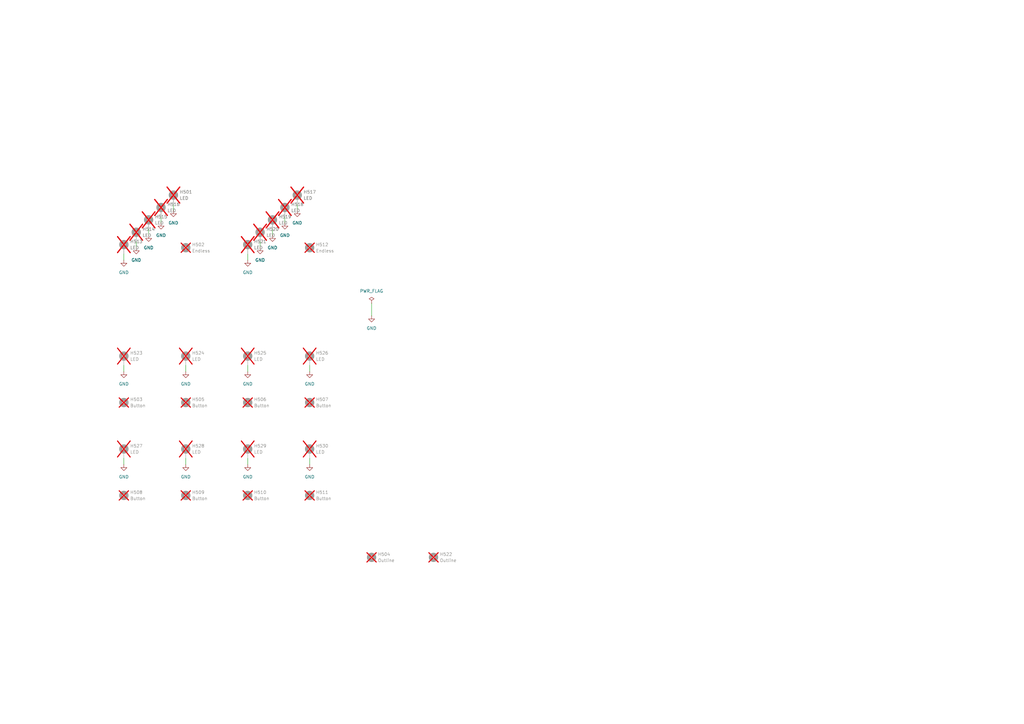
<source format=kicad_sch>
(kicad_sch (version 20250114) (generator "eeschema") (generator_version "9.0")
  (paper "A3")
  (lib_symbols
    (symbol "Mechanical:MountingHole" (pin_names (offset 1.016)) (exclude_from_sim yes) (in_bom no)
      (property "Reference" "H" (at 0 5.08 0))
      (property "Value" "MountingHole" (at 0 3.175 0))
      (symbol "MountingHole_0_1"
        (circle (center 0 0) (radius 1.27) (stroke (width 1.27)))
      )
    )
    (symbol "Mechanical:MountingHole_Pad" (pin_numbers (hide yes)) (pin_names (offset 1.016) (hide yes)) (in_bom no)
      (property "Reference" "H" (at 0 6.35 0))
      (property "Value" "MountingHole_Pad" (at 0 4.445 0))
      (symbol "MountingHole_Pad_0_1"
        (circle (center 0 1.27) (radius 1.27) (stroke (width 1.27)))
      )
      (symbol "MountingHole_Pad_1_1"
        (pin input line (at 0 -2.54 90) (length 2.54) (name "1") (number "1"))
      )
    )
    (symbol "power:GND" (power) (pin_numbers (hide yes)) (pin_names (offset 0) (hide yes))
      (property "Value" "GND" (at 0 -3.81 0))
      (symbol "GND_0_1"
        (polyline (pts (xy 0 0) (xy 0 -1.27) (xy 1.27 -1.27) (xy 0 -2.54) (xy -1.27 -1.27) (xy 0 -1.27)))
      )
      (symbol "GND_1_1"
        (pin power_in line (at 0 0 270) (length 0) (name "~") (number "1"))
      )
    )
    (symbol "power:PWR_FLAG" (power) (pin_numbers (hide yes)) (pin_names (offset 0) (hide yes))
      (property "Value" "PWR_FLAG" (at 0 3.81 0))
      (symbol "PWR_FLAG_0_0"
        (pin power_out line (at 0 0 90) (length 0) (name "~") (number "1"))
      )
      (symbol "PWR_FLAG_0_1"
        (polyline (pts (xy 0 0) (xy 0 1.27) (xy -1.016 1.905) (xy 0 2.54) (xy 1.016 1.905) (xy 0 1.27)))
      )
    )
  )
  (wire (pts (xy 116.84 88.9) (xy 116.84 91.44)))
  (wire (pts (xy 101.6 187.96) (xy 101.6 190.5)))
  (wire (pts (xy 66.04 88.9) (xy 66.04 91.44)))
  (wire (pts (xy 101.6 149.86) (xy 101.6 152.4)))
  (wire (pts (xy 127 149.86) (xy 127 152.4)))
  (wire (pts (xy 50.8 149.86) (xy 50.8 152.4)))
  (wire (pts (xy 71.12 83.82) (xy 71.12 86.36)))
  (wire (pts (xy 106.68 99.06) (xy 106.68 101.6)))
  (wire (pts (xy 121.92 83.82) (xy 121.92 86.36)))
  (wire (pts (xy 76.2 187.96) (xy 76.2 190.5)))
  (wire (pts (xy 50.8 104.14) (xy 50.8 106.68)))
  (wire (pts (xy 111.76 93.98) (xy 111.76 96.52)))
  (wire (pts (xy 50.8 187.96) (xy 50.8 190.5)))
  (wire (pts (xy 127 187.96) (xy 127 190.5)))
  (wire (pts (xy 76.2 149.86) (xy 76.2 152.4)))
  (wire (pts (xy 55.88 99.06) (xy 55.88 101.6)))
  (wire (pts (xy 60.96 93.98) (xy 60.96 96.52)))
  (wire (pts (xy 152.4 124.46) (xy 152.4 129.54)))
  (wire (pts (xy 101.6 104.14) (xy 101.6 106.68)))
  (symbol (lib_id "power:GND") (at 116.84 91.44 0) (unit 1)
    (property "Reference" "#PWR0510" (effects (hide yes)))
    (property "Value" "GND" (at 116.84 96.52 0))
    (property "Description" "Power symbol creates a global label with name \"GND\" , ground" (effects (hide yes)))
  )
  (symbol (lib_id "power:GND") (at 71.12 86.36 0) (unit 1)
    (property "Reference" "#PWR0506" (effects (hide yes)))
    (property "Value" "GND" (at 71.12 91.44 0))
    (property "Description" "Power symbol creates a global label with name \"GND\" , ground" (effects (hide yes)))
  )
  (symbol (lib_id "power:PWR_FLAG") (at 152.4 124.46 0) (unit 1)
    (property "Reference" "#FLG0501" (effects (hide yes)))
    (property "Value" "PWR_FLAG" (at 152.4 119.38 0))
    (property "Description" "Special symbol for telling ERC where power comes from" (effects (hide yes)))
  )
  (symbol (lib_id "Mechanical:MountingHole") (at 76.2 203.2 0) (unit 1) (exclude_from_sim yes) (in_bom no) (dnp yes)
    (property "Reference" "H509" (at 78.74 201.9299 0) (effects (justify left)))
    (property "Value" "Button" (at 78.74 204.4699 0) (effects (justify left)))
    (property "Footprint" "suku_basics:FP_POTENTIOMETER" (effects (hide yes)))
    (property "Description" "Mounting Hole without connection" (effects (hide yes)))
  )
  (symbol (lib_id "Mechanical:MountingHole_Pad") (at 101.6 101.6 0) (unit 1) (in_bom no) (dnp yes)
    (property "Reference" "H521" (at 104.14 99.0599 0) (effects (justify left)))
    (property "Value" "LED" (at 104.14 101.5999 0) (effects (justify left)))
    (property "Footprint" "suku_basics:FP_LED_TIGHT" (effects (hide yes)))
    (property "Description" "Mounting Hole with connection" (effects (hide yes)))
  )
  (symbol (lib_id "Mechanical:MountingHole_Pad") (at 76.2 147.32 0) (unit 1) (in_bom no) (dnp yes)
    (property "Reference" "H524" (at 78.74 144.7799 0) (effects (justify left)))
    (property "Value" "LED" (at 78.74 147.3199 0) (effects (justify left)))
    (property "Footprint" "suku_basics:FP_LED_TIGHT" (effects (hide yes)))
    (property "Description" "Mounting Hole with connection" (effects (hide yes)))
  )
  (symbol (lib_id "power:GND") (at 106.68 101.6 0) (unit 1)
    (property "Reference" "#PWR0508" (effects (hide yes)))
    (property "Value" "GND" (at 106.68 106.68 0))
    (property "Description" "Power symbol creates a global label with name \"GND\" , ground" (effects (hide yes)))
  )
  (symbol (lib_id "power:GND") (at 55.88 101.6 0) (unit 1)
    (property "Reference" "#PWR0503" (effects (hide yes)))
    (property "Value" "GND" (at 55.88 106.68 0))
    (property "Description" "Power symbol creates a global label with name \"GND\" , ground" (effects (hide yes)))
  )
  (symbol (lib_id "power:GND") (at 66.04 91.44 0) (unit 1)
    (property "Reference" "#PWR0505" (effects (hide yes)))
    (property "Value" "GND" (at 66.04 96.52 0))
    (property "Description" "Power symbol creates a global label with name \"GND\" , ground" (effects (hide yes)))
  )
  (symbol (lib_id "power:GND") (at 76.2 152.4 0) (unit 1)
    (property "Reference" "#PWR0513" (effects (hide yes)))
    (property "Value" "GND" (at 76.2 157.48 0))
    (property "Description" "Power symbol creates a global label with name \"GND\" , ground" (effects (hide yes)))
  )
  (symbol (lib_id "Mechanical:MountingHole_Pad") (at 106.68 96.52 0) (unit 1) (in_bom no) (dnp yes)
    (property "Reference" "H520" (at 109.22 93.9799 0) (effects (justify left)))
    (property "Value" "LED" (at 109.22 96.5199 0) (effects (justify left)))
    (property "Footprint" "suku_basics:FP_LED_TIGHT" (effects (hide yes)))
    (property "Description" "Mounting Hole with connection" (effects (hide yes)))
  )
  (symbol (lib_id "Mechanical:MountingHole_Pad") (at 116.84 86.36 0) (unit 1) (in_bom no) (dnp yes)
    (property "Reference" "H518" (at 119.38 83.8199 0) (effects (justify left)))
    (property "Value" "LED" (at 119.38 86.3599 0) (effects (justify left)))
    (property "Footprint" "suku_basics:FP_LED_TIGHT" (effects (hide yes)))
    (property "Description" "Mounting Hole with connection" (effects (hide yes)))
  )
  (symbol (lib_id "Mechanical:MountingHole") (at 76.2 165.1 0) (unit 1) (exclude_from_sim yes) (in_bom no) (dnp yes)
    (property "Reference" "H505" (at 78.74 163.8299 0) (effects (justify left)))
    (property "Value" "Button" (at 78.74 166.3699 0) (effects (justify left)))
    (property "Footprint" "suku_basics:FP_POTENTIOMETER" (effects (hide yes)))
    (property "Description" "Mounting Hole without connection" (effects (hide yes)))
  )
  (symbol (lib_id "Mechanical:MountingHole_Pad") (at 55.88 96.52 0) (unit 1) (in_bom no) (dnp yes)
    (property "Reference" "H514" (at 58.42 93.9799 0) (effects (justify left)))
    (property "Value" "LED" (at 58.42 96.5199 0) (effects (justify left)))
    (property "Footprint" "suku_basics:FP_LED_TIGHT" (effects (hide yes)))
    (property "Description" "Mounting Hole with connection" (effects (hide yes)))
  )
  (symbol (lib_id "Mechanical:MountingHole_Pad") (at 66.04 86.36 0) (unit 1) (in_bom no) (dnp yes)
    (property "Reference" "H516" (at 68.58 83.8199 0) (effects (justify left)))
    (property "Value" "LED" (at 68.58 86.3599 0) (effects (justify left)))
    (property "Footprint" "suku_basics:FP_LED_TIGHT" (effects (hide yes)))
    (property "Description" "Mounting Hole with connection" (effects (hide yes)))
  )
  (symbol (lib_id "power:GND") (at 121.92 86.36 0) (unit 1)
    (property "Reference" "#PWR0511" (effects (hide yes)))
    (property "Value" "GND" (at 121.92 91.44 0))
    (property "Description" "Power symbol creates a global label with name \"GND\" , ground" (effects (hide yes)))
  )
  (symbol (lib_id "Mechanical:MountingHole_Pad") (at 50.8 185.42 0) (unit 1) (in_bom no) (dnp yes)
    (property "Reference" "H527" (at 53.34 182.8799 0) (effects (justify left)))
    (property "Value" "LED" (at 53.34 185.4199 0) (effects (justify left)))
    (property "Footprint" "suku_basics:FP_LED_TIGHT" (effects (hide yes)))
    (property "Description" "Mounting Hole with connection" (effects (hide yes)))
  )
  (symbol (lib_id "Mechanical:MountingHole_Pad") (at 111.76 91.44 0) (unit 1) (in_bom no) (dnp yes)
    (property "Reference" "H519" (at 114.3 88.8999 0) (effects (justify left)))
    (property "Value" "LED" (at 114.3 91.4399 0) (effects (justify left)))
    (property "Footprint" "suku_basics:FP_LED_TIGHT" (effects (hide yes)))
    (property "Description" "Mounting Hole with connection" (effects (hide yes)))
  )
  (symbol (lib_id "Mechanical:MountingHole_Pad") (at 76.2 185.42 0) (unit 1) (in_bom no) (dnp yes)
    (property "Reference" "H528" (at 78.74 182.8799 0) (effects (justify left)))
    (property "Value" "LED" (at 78.74 185.4199 0) (effects (justify left)))
    (property "Footprint" "suku_basics:FP_LED_TIGHT" (effects (hide yes)))
    (property "Description" "Mounting Hole with connection" (effects (hide yes)))
  )
  (symbol (lib_id "power:GND") (at 76.2 190.5 0) (unit 1)
    (property "Reference" "#PWR0518" (effects (hide yes)))
    (property "Value" "GND" (at 76.2 195.58 0))
    (property "Description" "Power symbol creates a global label with name \"GND\" , ground" (effects (hide yes)))
  )
  (symbol (lib_id "Mechanical:MountingHole") (at 76.2 101.6 0) (unit 1) (exclude_from_sim yes) (in_bom no) (dnp yes)
    (property "Reference" "H502" (at 78.74 100.3299 0) (effects (justify left)))
    (property "Value" "Endless" (at 78.74 102.8699 0) (effects (justify left)))
    (property "Footprint" "suku_basics:FP_ENDLESS" (effects (hide yes)))
    (property "Description" "Mounting Hole without connection" (effects (hide yes)))
  )
  (symbol (lib_id "Mechanical:MountingHole_Pad") (at 101.6 185.42 0) (unit 1) (in_bom no) (dnp yes)
    (property "Reference" "H529" (at 104.14 182.8799 0) (effects (justify left)))
    (property "Value" "LED" (at 104.14 185.4199 0) (effects (justify left)))
    (property "Footprint" "suku_basics:FP_LED_TIGHT" (effects (hide yes)))
    (property "Description" "Mounting Hole with connection" (effects (hide yes)))
  )
  (symbol (lib_id "Mechanical:MountingHole") (at 152.4 228.6 0) (unit 1) (exclude_from_sim yes) (in_bom no) (dnp yes)
    (property "Reference" "H504" (at 154.94 227.3299 0) (effects (justify left)))
    (property "Value" "Outline" (at 154.94 229.8699 0) (effects (justify left)))
    (property "Footprint" "suku_basics:FP_OUTLINE_2" (effects (hide yes)))
    (property "Description" "Mounting Hole without connection" (effects (hide yes)))
  )
  (symbol (lib_id "power:GND") (at 101.6 190.5 0) (unit 1)
    (property "Reference" "#PWR0517" (effects (hide yes)))
    (property "Value" "GND" (at 101.6 195.58 0))
    (property "Description" "Power symbol creates a global label with name \"GND\" , ground" (effects (hide yes)))
  )
  (symbol (lib_id "power:GND") (at 101.6 106.68 0) (unit 1)
    (property "Reference" "#PWR0507" (effects (hide yes)))
    (property "Value" "GND" (at 101.6 111.76 0))
    (property "Description" "Power symbol creates a global label with name \"GND\" , ground" (effects (hide yes)))
  )
  (symbol (lib_id "power:GND") (at 50.8 190.5 0) (unit 1)
    (property "Reference" "#PWR0519" (effects (hide yes)))
    (property "Value" "GND" (at 50.8 195.58 0))
    (property "Description" "Power symbol creates a global label with name \"GND\" , ground" (effects (hide yes)))
  )
  (symbol (lib_id "Mechanical:MountingHole") (at 50.8 203.2 0) (unit 1) (exclude_from_sim yes) (in_bom no) (dnp yes)
    (property "Reference" "H508" (at 53.34 201.9299 0) (effects (justify left)))
    (property "Value" "Button" (at 53.34 204.4699 0) (effects (justify left)))
    (property "Footprint" "suku_basics:FP_POTENTIOMETER" (effects (hide yes)))
    (property "Description" "Mounting Hole without connection" (effects (hide yes)))
  )
  (symbol (lib_id "Mechanical:MountingHole") (at 101.6 203.2 0) (unit 1) (exclude_from_sim yes) (in_bom no) (dnp yes)
    (property "Reference" "H510" (at 104.14 201.9299 0) (effects (justify left)))
    (property "Value" "Button" (at 104.14 204.4699 0) (effects (justify left)))
    (property "Footprint" "suku_basics:FP_POTENTIOMETER" (effects (hide yes)))
    (property "Description" "Mounting Hole without connection" (effects (hide yes)))
  )
  (symbol (lib_id "Mechanical:MountingHole") (at 127 203.2 0) (unit 1) (exclude_from_sim yes) (in_bom no) (dnp yes)
    (property "Reference" "H511" (at 129.54 201.9299 0) (effects (justify left)))
    (property "Value" "Button" (at 129.54 204.4699 0) (effects (justify left)))
    (property "Footprint" "suku_basics:FP_POTENTIOMETER" (effects (hide yes)))
    (property "Description" "Mounting Hole without connection" (effects (hide yes)))
  )
  (symbol (lib_id "Mechanical:MountingHole") (at 127 165.1 0) (unit 1) (exclude_from_sim yes) (in_bom no) (dnp yes)
    (property "Reference" "H507" (at 129.54 163.8299 0) (effects (justify left)))
    (property "Value" "Button" (at 129.54 166.3699 0) (effects (justify left)))
    (property "Footprint" "suku_basics:FP_POTENTIOMETER" (effects (hide yes)))
    (property "Description" "Mounting Hole without connection" (effects (hide yes)))
  )
  (symbol (lib_id "Mechanical:MountingHole") (at 127 101.6 0) (unit 1) (exclude_from_sim yes) (in_bom no) (dnp yes)
    (property "Reference" "H512" (at 129.54 100.3299 0) (effects (justify left)))
    (property "Value" "Endless" (at 129.54 102.8699 0) (effects (justify left)))
    (property "Footprint" "suku_basics:FP_ENDLESS" (effects (hide yes)))
    (property "Description" "Mounting Hole without connection" (effects (hide yes)))
  )
  (symbol (lib_id "Mechanical:MountingHole_Pad") (at 50.8 101.6 0) (unit 1) (in_bom no) (dnp yes)
    (property "Reference" "H513" (at 53.34 99.0599 0) (effects (justify left)))
    (property "Value" "LED" (at 53.34 101.5999 0) (effects (justify left)))
    (property "Footprint" "suku_basics:FP_LED_TIGHT" (effects (hide yes)))
    (property "Description" "Mounting Hole with connection" (effects (hide yes)))
  )
  (symbol (lib_id "power:GND") (at 60.96 96.52 0) (unit 1)
    (property "Reference" "#PWR0504" (effects (hide yes)))
    (property "Value" "GND" (at 60.96 101.6 0))
    (property "Description" "Power symbol creates a global label with name \"GND\" , ground" (effects (hide yes)))
  )
  (symbol (lib_id "power:GND") (at 50.8 152.4 0) (unit 1)
    (property "Reference" "#PWR0512" (effects (hide yes)))
    (property "Value" "GND" (at 50.8 157.48 0))
    (property "Description" "Power symbol creates a global label with name \"GND\" , ground" (effects (hide yes)))
  )
  (symbol (lib_id "power:GND") (at 101.6 152.4 0) (unit 1)
    (property "Reference" "#PWR0514" (effects (hide yes)))
    (property "Value" "GND" (at 101.6 157.48 0))
    (property "Description" "Power symbol creates a global label with name \"GND\" , ground" (effects (hide yes)))
  )
  (symbol (lib_id "power:GND") (at 127 190.5 0) (unit 1)
    (property "Reference" "#PWR0516" (effects (hide yes)))
    (property "Value" "GND" (at 127 195.58 0))
    (property "Description" "Power symbol creates a global label with name \"GND\" , ground" (effects (hide yes)))
  )
  (symbol (lib_id "power:GND") (at 127 152.4 0) (unit 1)
    (property "Reference" "#PWR0515" (effects (hide yes)))
    (property "Value" "GND" (at 127 157.48 0))
    (property "Description" "Power symbol creates a global label with name \"GND\" , ground" (effects (hide yes)))
  )
  (symbol (lib_id "power:GND") (at 152.4 129.54 0) (unit 1)
    (property "Reference" "#PWR0501" (effects (hide yes)))
    (property "Value" "GND" (at 152.4 134.62 0))
    (property "Description" "Power symbol creates a global label with name \"GND\" , ground" (effects (hide yes)))
  )
  (symbol (lib_id "Mechanical:MountingHole_Pad") (at 60.96 91.44 0) (unit 1) (in_bom no) (dnp yes)
    (property "Reference" "H515" (at 63.5 88.8999 0) (effects (justify left)))
    (property "Value" "LED" (at 63.5 91.4399 0) (effects (justify left)))
    (property "Footprint" "suku_basics:FP_LED_TIGHT" (effects (hide yes)))
    (property "Description" "Mounting Hole with connection" (effects (hide yes)))
  )
  (symbol (lib_id "Mechanical:MountingHole") (at 177.8 228.6 0) (unit 1) (exclude_from_sim yes) (in_bom no) (dnp yes)
    (property "Reference" "H522" (at 180.34 227.3299 0) (effects (justify left)))
    (property "Value" "Outline" (at 180.34 229.8699 0) (effects (justify left)))
    (property "Footprint" "suku_basics:OSHWA" (effects (hide yes)))
    (property "Description" "Mounting Hole without connection" (effects (hide yes)))
  )
  (symbol (lib_id "Mechanical:MountingHole_Pad") (at 50.8 147.32 0) (unit 1) (in_bom no) (dnp yes)
    (property "Reference" "H523" (at 53.34 144.7799 0) (effects (justify left)))
    (property "Value" "LED" (at 53.34 147.3199 0) (effects (justify left)))
    (property "Footprint" "suku_basics:FP_LED_TIGHT" (effects (hide yes)))
    (property "Description" "Mounting Hole with connection" (effects (hide yes)))
  )
  (symbol (lib_id "Mechanical:MountingHole_Pad") (at 127 147.32 0) (unit 1) (in_bom no) (dnp yes)
    (property "Reference" "H526" (at 129.54 144.7799 0) (effects (justify left)))
    (property "Value" "LED" (at 129.54 147.3199 0) (effects (justify left)))
    (property "Footprint" "suku_basics:FP_LED_TIGHT" (effects (hide yes)))
    (property "Description" "Mounting Hole with connection" (effects (hide yes)))
  )
  (symbol (lib_id "power:GND") (at 111.76 96.52 0) (unit 1)
    (property "Reference" "#PWR0509" (effects (hide yes)))
    (property "Value" "GND" (at 111.76 101.6 0))
    (property "Description" "Power symbol creates a global label with name \"GND\" , ground" (effects (hide yes)))
  )
  (symbol (lib_id "power:GND") (at 50.8 106.68 0) (unit 1)
    (property "Reference" "#PWR0502" (effects (hide yes)))
    (property "Value" "GND" (at 50.8 111.76 0))
    (property "Description" "Power symbol creates a global label with name \"GND\" , ground" (effects (hide yes)))
  )
  (symbol (lib_id "Mechanical:MountingHole_Pad") (at 101.6 147.32 0) (unit 1) (in_bom no) (dnp yes)
    (property "Reference" "H525" (at 104.14 144.7799 0) (effects (justify left)))
    (property "Value" "LED" (at 104.14 147.3199 0) (effects (justify left)))
    (property "Footprint" "suku_basics:FP_LED_TIGHT" (effects (hide yes)))
    (property "Description" "Mounting Hole with connection" (effects (hide yes)))
  )
  (symbol (lib_id "Mechanical:MountingHole_Pad") (at 121.92 81.28 0) (unit 1) (in_bom no) (dnp yes)
    (property "Reference" "H517" (at 124.46 78.7399 0) (effects (justify left)))
    (property "Value" "LED" (at 124.46 81.2799 0) (effects (justify left)))
    (property "Footprint" "suku_basics:FP_LED_TIGHT" (effects (hide yes)))
    (property "Description" "Mounting Hole with connection" (effects (hide yes)))
  )
  (symbol (lib_id "Mechanical:MountingHole") (at 50.8 165.1 0) (unit 1) (exclude_from_sim yes) (in_bom no) (dnp yes)
    (property "Reference" "H503" (at 53.34 163.8299 0) (effects (justify left)))
    (property "Value" "Button" (at 53.34 166.3699 0) (effects (justify left)))
    (property "Footprint" "suku_basics:FP_POTENTIOMETER" (effects (hide yes)))
    (property "Description" "Mounting Hole without connection" (effects (hide yes)))
  )
  (symbol (lib_id "Mechanical:MountingHole_Pad") (at 127 185.42 0) (unit 1) (in_bom no) (dnp yes)
    (property "Reference" "H530" (at 129.54 182.8799 0) (effects (justify left)))
    (property "Value" "LED" (at 129.54 185.4199 0) (effects (justify left)))
    (property "Footprint" "suku_basics:FP_LED_TIGHT" (effects (hide yes)))
    (property "Description" "Mounting Hole with connection" (effects (hide yes)))
  )
  (symbol (lib_id "Mechanical:MountingHole_Pad") (at 71.12 81.28 0) (unit 1) (in_bom no) (dnp yes)
    (property "Reference" "H501" (at 73.66 78.7399 0) (effects (justify left)))
    (property "Value" "LED" (at 73.66 81.2799 0) (effects (justify left)))
    (property "Footprint" "suku_basics:FP_LED_TIGHT" (effects (hide yes)))
    (property "Description" "Mounting Hole with connection" (effects (hide yes)))
  )
  (symbol (lib_id "Mechanical:MountingHole") (at 101.6 165.1 0) (unit 1) (exclude_from_sim yes) (in_bom no) (dnp yes)
    (property "Reference" "H506" (at 104.14 163.8299 0) (effects (justify left)))
    (property "Value" "Button" (at 104.14 166.3699 0) (effects (justify left)))
    (property "Footprint" "suku_basics:FP_POTENTIOMETER" (effects (hide yes)))
    (property "Description" "Mounting Hole without connection" (effects (hide yes)))
  )
)
</source>
